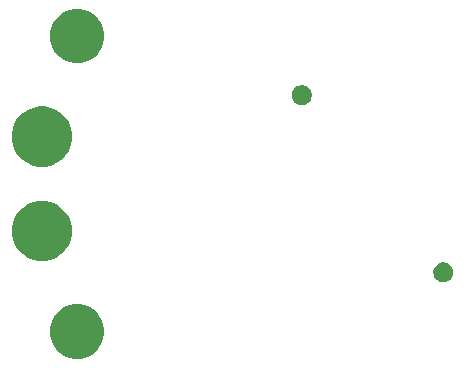
<source format=gbr>
G04 #@! TF.GenerationSoftware,KiCad,Pcbnew,5.0.2-bee76a0~70~ubuntu16.04.1*
G04 #@! TF.CreationDate,2019-11-30T17:31:12+01:00*
G04 #@! TF.ProjectId,bambule,62616d62-756c-4652-9e6b-696361645f70,rev?*
G04 #@! TF.SameCoordinates,Original*
G04 #@! TF.FileFunction,Soldermask,Bot*
G04 #@! TF.FilePolarity,Negative*
%FSLAX46Y46*%
G04 Gerber Fmt 4.6, Leading zero omitted, Abs format (unit mm)*
G04 Created by KiCad (PCBNEW 5.0.2-bee76a0~70~ubuntu16.04.1) date Sat 30 Nov 2019 05:31:12 PM CET*
%MOMM*%
%LPD*%
G01*
G04 APERTURE LIST*
%ADD10C,0.100000*%
G04 APERTURE END LIST*
D10*
G36*
X75671305Y-110287002D02*
X76090140Y-110460489D01*
X76467086Y-110712357D01*
X76787643Y-111032914D01*
X77039511Y-111409860D01*
X77212998Y-111828695D01*
X77301440Y-112273326D01*
X77301440Y-112726674D01*
X77212998Y-113171305D01*
X77039511Y-113590140D01*
X76787643Y-113967086D01*
X76467086Y-114287643D01*
X76090140Y-114539511D01*
X75671305Y-114712998D01*
X75226674Y-114801440D01*
X74773326Y-114801440D01*
X74328695Y-114712998D01*
X73909860Y-114539511D01*
X73532914Y-114287643D01*
X73212357Y-113967086D01*
X72960489Y-113590140D01*
X72787002Y-113171305D01*
X72698560Y-112726674D01*
X72698560Y-112273326D01*
X72787002Y-111828695D01*
X72960489Y-111409860D01*
X73212357Y-111032914D01*
X73532914Y-110712357D01*
X73909860Y-110460489D01*
X74328695Y-110287002D01*
X74773326Y-110198560D01*
X75226674Y-110198560D01*
X75671305Y-110287002D01*
X75671305Y-110287002D01*
G37*
G36*
X106248228Y-106681703D02*
X106403100Y-106745853D01*
X106542481Y-106838985D01*
X106661015Y-106957519D01*
X106754147Y-107096900D01*
X106818297Y-107251772D01*
X106851000Y-107416184D01*
X106851000Y-107583816D01*
X106818297Y-107748228D01*
X106754147Y-107903100D01*
X106661015Y-108042481D01*
X106542481Y-108161015D01*
X106403100Y-108254147D01*
X106248228Y-108318297D01*
X106083816Y-108351000D01*
X105916184Y-108351000D01*
X105751772Y-108318297D01*
X105596900Y-108254147D01*
X105457519Y-108161015D01*
X105338985Y-108042481D01*
X105245853Y-107903100D01*
X105181703Y-107748228D01*
X105149000Y-107583816D01*
X105149000Y-107416184D01*
X105181703Y-107251772D01*
X105245853Y-107096900D01*
X105338985Y-106957519D01*
X105457519Y-106838985D01*
X105596900Y-106745853D01*
X105751772Y-106681703D01*
X105916184Y-106649000D01*
X106083816Y-106649000D01*
X106248228Y-106681703D01*
X106248228Y-106681703D01*
G37*
G36*
X72744096Y-101547033D02*
X72744098Y-101547034D01*
X72744099Y-101547034D01*
X73208352Y-101739333D01*
X73624284Y-102017250D01*
X73626171Y-102018511D01*
X73981489Y-102373829D01*
X73981491Y-102373832D01*
X74260667Y-102791648D01*
X74452966Y-103255901D01*
X74551000Y-103748748D01*
X74551000Y-104251252D01*
X74452966Y-104744099D01*
X74260667Y-105208352D01*
X73982750Y-105624284D01*
X73981489Y-105626171D01*
X73626171Y-105981489D01*
X73626168Y-105981491D01*
X73208352Y-106260667D01*
X72744099Y-106452966D01*
X72744098Y-106452966D01*
X72744096Y-106452967D01*
X72251253Y-106551000D01*
X71748747Y-106551000D01*
X71255904Y-106452967D01*
X71255902Y-106452966D01*
X71255901Y-106452966D01*
X70791648Y-106260667D01*
X70373832Y-105981491D01*
X70373829Y-105981489D01*
X70018511Y-105626171D01*
X70017250Y-105624284D01*
X69739333Y-105208352D01*
X69547034Y-104744099D01*
X69449000Y-104251252D01*
X69449000Y-103748748D01*
X69547034Y-103255901D01*
X69739333Y-102791648D01*
X70018509Y-102373832D01*
X70018511Y-102373829D01*
X70373829Y-102018511D01*
X70375716Y-102017250D01*
X70791648Y-101739333D01*
X71255901Y-101547034D01*
X71255902Y-101547034D01*
X71255904Y-101547033D01*
X71748747Y-101449000D01*
X72251253Y-101449000D01*
X72744096Y-101547033D01*
X72744096Y-101547033D01*
G37*
G36*
X72744096Y-93547033D02*
X72744098Y-93547034D01*
X72744099Y-93547034D01*
X73208352Y-93739333D01*
X73624284Y-94017250D01*
X73626171Y-94018511D01*
X73981489Y-94373829D01*
X73981491Y-94373832D01*
X74260667Y-94791648D01*
X74452966Y-95255901D01*
X74551000Y-95748748D01*
X74551000Y-96251252D01*
X74452966Y-96744099D01*
X74260667Y-97208352D01*
X73982750Y-97624284D01*
X73981489Y-97626171D01*
X73626171Y-97981489D01*
X73626168Y-97981491D01*
X73208352Y-98260667D01*
X72744099Y-98452966D01*
X72744098Y-98452966D01*
X72744096Y-98452967D01*
X72251253Y-98551000D01*
X71748747Y-98551000D01*
X71255904Y-98452967D01*
X71255902Y-98452966D01*
X71255901Y-98452966D01*
X70791648Y-98260667D01*
X70373832Y-97981491D01*
X70373829Y-97981489D01*
X70018511Y-97626171D01*
X70017250Y-97624284D01*
X69739333Y-97208352D01*
X69547034Y-96744099D01*
X69449000Y-96251252D01*
X69449000Y-95748748D01*
X69547034Y-95255901D01*
X69739333Y-94791648D01*
X70018509Y-94373832D01*
X70018511Y-94373829D01*
X70373829Y-94018511D01*
X70375716Y-94017250D01*
X70791648Y-93739333D01*
X71255901Y-93547034D01*
X71255902Y-93547034D01*
X71255904Y-93547033D01*
X71748747Y-93449000D01*
X72251253Y-93449000D01*
X72744096Y-93547033D01*
X72744096Y-93547033D01*
G37*
G36*
X94248228Y-91681703D02*
X94403100Y-91745853D01*
X94542481Y-91838985D01*
X94661015Y-91957519D01*
X94754147Y-92096900D01*
X94818297Y-92251772D01*
X94851000Y-92416184D01*
X94851000Y-92583816D01*
X94818297Y-92748228D01*
X94754147Y-92903100D01*
X94661015Y-93042481D01*
X94542481Y-93161015D01*
X94403100Y-93254147D01*
X94248228Y-93318297D01*
X94083816Y-93351000D01*
X93916184Y-93351000D01*
X93751772Y-93318297D01*
X93596900Y-93254147D01*
X93457519Y-93161015D01*
X93338985Y-93042481D01*
X93245853Y-92903100D01*
X93181703Y-92748228D01*
X93149000Y-92583816D01*
X93149000Y-92416184D01*
X93181703Y-92251772D01*
X93245853Y-92096900D01*
X93338985Y-91957519D01*
X93457519Y-91838985D01*
X93596900Y-91745853D01*
X93751772Y-91681703D01*
X93916184Y-91649000D01*
X94083816Y-91649000D01*
X94248228Y-91681703D01*
X94248228Y-91681703D01*
G37*
G36*
X75671305Y-85287002D02*
X76090140Y-85460489D01*
X76467086Y-85712357D01*
X76787643Y-86032914D01*
X77039511Y-86409860D01*
X77212998Y-86828695D01*
X77301440Y-87273326D01*
X77301440Y-87726674D01*
X77212998Y-88171305D01*
X77039511Y-88590140D01*
X76787643Y-88967086D01*
X76467086Y-89287643D01*
X76090140Y-89539511D01*
X75671305Y-89712998D01*
X75226674Y-89801440D01*
X74773326Y-89801440D01*
X74328695Y-89712998D01*
X73909860Y-89539511D01*
X73532914Y-89287643D01*
X73212357Y-88967086D01*
X72960489Y-88590140D01*
X72787002Y-88171305D01*
X72698560Y-87726674D01*
X72698560Y-87273326D01*
X72787002Y-86828695D01*
X72960489Y-86409860D01*
X73212357Y-86032914D01*
X73532914Y-85712357D01*
X73909860Y-85460489D01*
X74328695Y-85287002D01*
X74773326Y-85198560D01*
X75226674Y-85198560D01*
X75671305Y-85287002D01*
X75671305Y-85287002D01*
G37*
M02*

</source>
